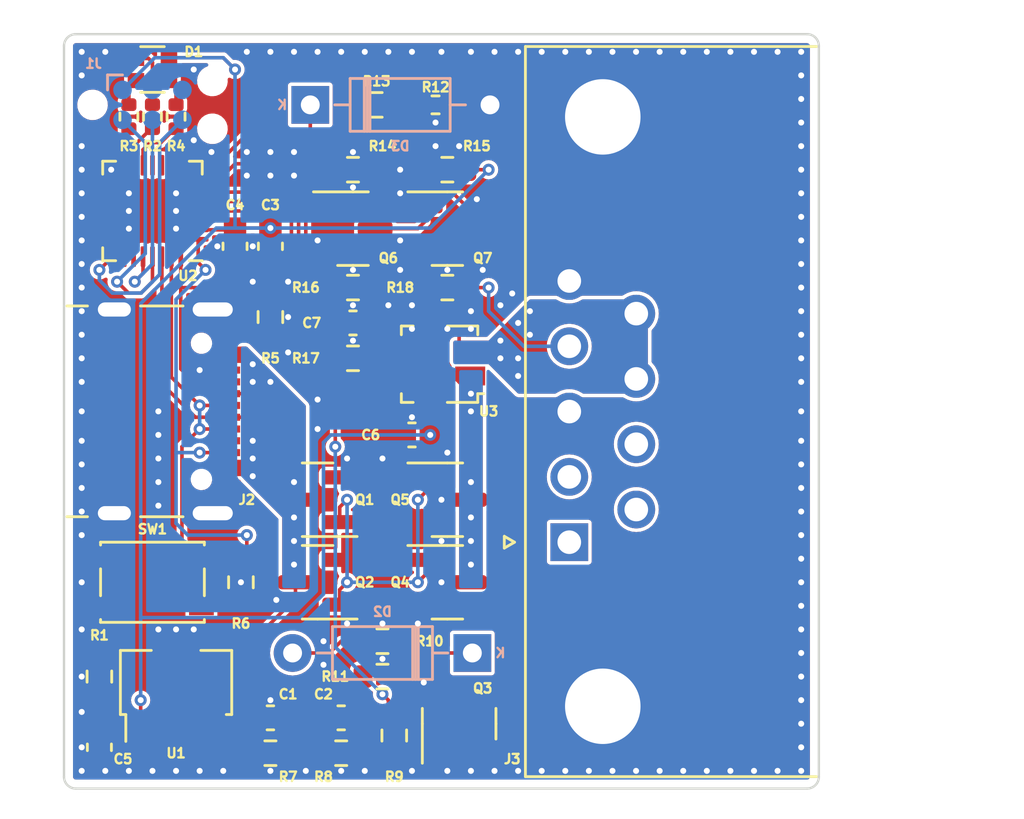
<source format=kicad_pcb>
(kicad_pcb (version 20221018) (generator pcbnew)
  (layers (0 "F.Cu" signal) (31 "B.Cu" signal) (34 "B.Paste" user) (35 "F.Paste" user) (36 "B.SilkS" user "B.Silkscreen") (37 "F.SilkS" user "F.Silkscreen") (38 "B.Mask" user) (39 "F.Mask" user) (44 "Edge.Cuts" user))
  (net 0 "")
  (net 1 "VBUS")
  (net 2 "Net-(C1-Pad2)")
  (net 3 "GND")
  (net 4 "+3V3")
  (net 5 "/vbus_mon")
  (net 6 "Net-(D1-RK)")
  (net 7 "Net-(D1-BK)")
  (net 8 "Net-(D1-GK)")
  (net 9 "Net-(D2-K)")
  (net 10 "Net-(D2-A)")
  (net 11 "/lin_rx")
  (net 12 "/swdio")
  (net 13 "/swclk")
  (net 14 "/tx")
  (net 15 "/usb_cc1")
  (net 16 "/usb_d+")
  (net 17 "/usb_d-")
  (net 19 "/usb_cc2")
  (net 23 "/lin_bus")
  (net 26 "+VSW")
  (net 27 "Net-(Q3-B)")
  (net 28 "Net-(Q3-C)")
  (net 29 "Net-(Q4-D)")
  (net 30 "Net-(Q6-B)")
  (net 31 "Net-(Q6-C)")
  (net 32 "Net-(SW1-A)")
  (net 33 "/led_b")
  (net 34 "/led_g")
  (net 35 "/led_r")
  (net 36 "/vbus_en")
  (net 37 "/lin_tx")
  (net 39 "/ibus_mon")
  (footprint "Resistor_SMD:R_0603_1608Metric" (layer "F.Cu") (at 150 114.5)
    (fp_text reference "R7")
    (fp_text value "1M")
  )
  (footprint "Resistor_SMD:R_0603_1608Metric" (layer "F.Cu") (at 154.75 109.75 180)
    (fp_text reference "R10")
    (fp_text value "100k")
  )
  (footprint "Capacitor_SMD:C_0603_1608Metric" (layer "F.Cu") (at 150 113)
    (fp_text reference "C1")
    (fp_text value "2u2")
  )
  (footprint "Resistor_SMD:R_0603_1608Metric" (layer "F.Cu") (at 157.5 89.75)
    (fp_text reference "R15")
    (fp_text value "2k2")
  )
  (footprint "Resistor_SMD:R_0603_1608Metric" (layer "F.Cu") (at 155.25 113.75 -90)
    (fp_text reference "R9")
    (fp_text value "2k2")
  )
  (footprint "Resistor_SMD:R_0603_1608Metric" (layer "F.Cu") (at 150 96 -90)
    (fp_text reference "R5")
    (fp_text value "5k1")
  )
  (footprint "Button_Switch_SMD:SW_SPST_PTS810" (layer "F.Cu") (at 145 107.25 180)
    (fp_text reference "SW1")
    (fp_text value "boot")
  )
  (footprint "Package_DFN_QFN:QFN-28-1EP_4x4mm_P0.4mm_EP2.6x2.6mm" (layer "F.Cu") (at 145 91.5 180)
    (fp_text reference "U2")
    (fp_text value "CH32X035GxUx")
  )
  (footprint "Resistor_SMD:R_0603_1608Metric" (layer "F.Cu") (at 153.5 97.75)
    (fp_text reference "R17")
    (fp_text value "10k")
  )
  (footprint "Resistor_SMD:R_0603_1608Metric" (layer "F.Cu") (at 142.75 111.25 90)
    (fp_text reference "R1")
    (fp_text value "4k7")
  )
  (footprint "Resistor_SMD:R_0402_1005Metric" (layer "F.Cu") (at 145 87.5 90)
    (fp_text reference "R2")
    (fp_text value "220")
  )
  (footprint "Capacitor_SMD:C_0603_1608Metric" (layer "F.Cu") (at 156 101 180)
    (fp_text reference "C6")
    (fp_text value "100n")
  )
  (footprint "Resistor_SMD:R_Array_Convex_2x0606" (layer "F.Cu") (at 145 85.5 180)
    (fp_text reference "D1")
    (fp_text value "LED_RABG")
  )
  (footprint "Resistor_SMD:R_0603_1608Metric" (layer "F.Cu") (at 153.5 94.75 180)
    (fp_text reference "R16")
    (fp_text value "100k")
  )
  (footprint "Resistor_SMD:R_0402_1005Metric" (layer "F.Cu") (at 157 87 180)
    (fp_text reference "R12")
    (fp_text value "150k")
  )
  (footprint "Capacitor_SMD:C_0603_1608Metric" (layer "F.Cu") (at 153.5 96.25)
    (fp_text reference "C7")
    (fp_text value "1n")
  )
  (footprint "Capacitor_SMD:C_0603_1608Metric" (layer "F.Cu") (at 153 113)
    (fp_text reference "C2")
    (fp_text value "2u2")
  )
  (footprint "Resistor_SMD:R_0603_1608Metric" (layer "F.Cu") (at 154.75 111.25)
    (fp_text reference "R11")
    (fp_text value "10k")
  )
  (footprint "Connector_Dsub:DSUB-9_Male_Horizontal_P2.77x2.84mm_EdgePinOffset7.70mm_Housed_MountingHolesOffset9.12mm" (layer "F.Cu") (at 162.669669 105.55 90)
    (fp_text reference "J3")
    (fp_text value "LIN")
  )
  (footprint "Package_TO_SOT_SMD:SOT-23" (layer "F.Cu") (at 158 113.25 90)
    (fp_text reference "Q3")
    (fp_text value "MMBT2222")
  )
  (footprint "Package_TO_SOT_SMD:SOT-89-3" (layer "F.Cu") (at 146 111.5 90)
    (fp_text reference "U1")
    (fp_text value "AP7381-33Y")
  )
  (footprint "Package_TO_SOT_SMD:SOT-23" (layer "F.Cu") (at 152 107.25 180)
    (fp_text reference "Q2")
    (fp_text value "DMP3099L")
  )
  (footprint "Capacitor_SMD:C_0603_1608Metric" (layer "F.Cu") (at 150 93 -90)
    (fp_text reference "C3")
    (fp_text value "1u")
  )
  (footprint "Package_TO_SOT_SMD:SOT-23" (layer "F.Cu") (at 157.5 107.25)
    (fp_text reference "Q4")
    (fp_text value "DMP3099L")
  )
  (footprint "Resistor_SMD:R_0603_1608Metric" (layer "F.Cu") (at 157.5 94.75 180)
    (fp_text reference "R18")
    (fp_text value "1k")
  )
  (footprint "Capacitor_SMD:C_0603_1608Metric" (layer "F.Cu") (at 148.5 93 -90)
    (fp_text reference "C4")
    (fp_text value "100n")
  )
  (footprint "Package_TO_SOT_SMD:SOT-23" (layer "F.Cu") (at 152 103.75 180)
    (fp_text reference "Q1")
    (fp_text value "DMP3099L")
  )
  (footprint "Resistor_SMD:R_0603_1608Metric" (layer "F.Cu") (at 153.5 89.75)
    (fp_text reference "R14")
    (fp_text value "2k2")
  )
  (footprint "Package_TO_SOT_SMD:SOT-23" (layer "F.Cu") (at 157.5 103.75)
    (fp_text reference "Q5")
    (fp_text value "DMP3099L")
  )
  (footprint "Resistor_SMD:R_0402_1005Metric" (layer "F.Cu") (at 144 87.5 90)
    (fp_text reference "R3")
    (fp_text value "220")
  )
  (footprint "Resistor_SMD:R_0603_1608Metric" (layer "F.Cu") (at 154.5 87 180)
    (fp_text reference "R13")
    (fp_text value "100k")
  )
  (footprint "Resistor_SMD:R_0402_1005Metric" (layer "F.Cu") (at 146 87.5 90)
    (fp_text reference "R4")
    (fp_text value "220")
  )
  (footprint "Resistor_SMD:R_0603_1608Metric" (layer "F.Cu") (at 153 114.5)
    (fp_text reference "R8")
    (fp_text value "1M")
  )
  (footprint "Sensor_Current:Allegro_QFN-12-10-1EP_3x3mm_P0.5mm" (layer "F.Cu") (at 157.25 98 180)
    (fp_text reference "U3")
    (fp_text value "ACS70331")
  )
  (footprint "Connector_USB:USB_C_Receptacle_Palconn_UTC16-G" (layer "F.Cu") (at 145.625 100 -90)
    (fp_text reference "J2")
    (fp_text value "USB_C_Receptacle_USB2.0")
  )
  (footprint "Package_TO_SOT_SMD:SOT-23" (layer "F.Cu") (at 153.5 92.25)
    (fp_text reference "Q6")
    (fp_text value "MMBT2222")
  )
  (footprint "Capacitor_SMD:C_0603_1608Metric" (layer "F.Cu") (at 142.75 114.25 -90)
    (fp_text reference "C5")
    (fp_text value "2u2")
  )
  (footprint "Resistor_SMD:R_0603_1608Metric" (layer "F.Cu") (at 148.75 107.25 -90)
    (fp_text reference "R6")
    (fp_text value "5k1")
  )
  (footprint "Package_TO_SOT_SMD:SOT-23" (layer "F.Cu") (at 157.5 92.25)
    (fp_text reference "Q7")
    (fp_text value "MMBT2222")
  )
  (footprint "Connector:Tag-Connect_TC2030-IDC-NL_2x03_P1.27mm_Vertical" (layer "B.Cu") (at 145 87)
    (fp_text reference "J1")
    (fp_text value "SWD/UART")
  )
  (footprint "Diode_THT:D_DO-35_SOD27_P7.62mm_Horizontal" (layer "B.Cu") (at 158.56 110.25 180)
    (fp_text reference "D2")
    (fp_text value "18V")
  )
  (footprint "Diode_THT:D_DO-35_SOD27_P7.62mm_Horizontal" (layer "B.Cu") (at 151.69 87)
    (fp_text reference "D3")
    (fp_text value "3.3V")
  )
  (gr_arc (start 172.75 84) (mid 173.103553 84.146447) (end 173.25 84.5) (stroke (width 0.1)) (layer "Edge.Cuts"))
  (gr_arc (start 141.75 116) (mid 141.396447 115.853553) (end 141.25 115.5) (stroke (width 0.1)) (layer "Edge.Cuts"))
  (gr_line (start 172.75 116) (end 141.75 116) (stroke (width 0.1)) (layer "Edge.Cuts"))
  (gr_line (start 141.25 115.5) (end 141.25 84.5) (stroke (width 0.1)) (layer "Edge.Cuts"))
  (gr_arc (start 141.25 84.5) (mid 141.396447 84.146447) (end 141.75 84) (stroke (width 0.1)) (layer "Edge.Cuts"))
  (gr_line (start 173.25 84.5) (end 173.25 115.5) (stroke (width 0.1)) (layer "Edge.Cuts"))
  (gr_line (start 141.75 84) (end 172.75 84) (stroke (width 0.1)) (layer "Edge.Cuts"))
  (gr_arc (start 173.25 115.5) (mid 173.103553 115.853553) (end 172.75 116) (stroke (width 0.1)) (layer "Edge.Cuts"))
  (segment (start 149.175 114.5) (end 149.175 113.05) (width 0.3048) (layer "F.Cu") (net 1))
  (segment (start 149.175 113.05) (end 149.225 113) (width 0.3048) (layer "F.Cu") (net 1))
  (segment (start 149.225 113) (end 149.225 109.775) (width 0.1524) (layer "F.Cu") (net 1))
  (segment (start 151.0625 107.9375) (end 151.0625 107.25) (width 0.1524) (layer "F.Cu") (net 1))
  (segment (start 147.7 113) (end 147.5 113.2) (width 0.3048) (layer "F.Cu") (net 1))
  (segment (start 149.225 109.775) (end 151.0625 107.9375) (width 0.1524) (layer "F.Cu") (net 1))
  (segment (start 147.5 113.2) (end 147.5 113.45) (width 0.3048) (layer "F.Cu") (net 1))
  (segment (start 149.225 113) (end 147.7 113) (width 0.3048) (layer "F.Cu") (net 1))
  (via (at 149.25 98.75) (size 0.508) (drill 0.254) (layers "F.Cu" "B.Cu") (net 1))
  (via (at 151 105.5) (size 0.508) (drill 0.254) (layers "F.Cu" "B.Cu") (net 1))
  (via (at 151 104.5) (size 0.508) (drill 0.254) (layers "F.Cu" "B.Cu") (net 1))
  (via (at 151 103) (size 0.508) (drill 0.254) (layers "F.Cu" "B.Cu") (net 1))
  (via (at 149.25 102.75) (size 0.508) (drill 0.254) (layers "F.Cu" "B.Cu") (net 1))
  (via (at 149.25 101.25) (size 0.508) (drill 0.254) (layers "F.Cu" "B.Cu") (net 1))
  (via (at 149.25 98) (size 0.508) (drill 0.254) (layers "F.Cu" "B.Cu") (net 1))
  (via (at 151 106.5) (size 0.508) (drill 0.254) (layers "F.Cu" "B.Cu") (net 1))
  (via (at 150 98.75) (size 0.508) (drill 0.254) (layers "F.Cu" "B.Cu") (net 1))
  (via (at 149.25 102) (size 0.508) (drill 0.254) (layers "F.Cu" "B.Cu") (net 1))
  (segment (start 150.775 113) (end 151.5 113) (width 0.3048) (layer "F.Cu") (net 2))
  (segment (start 151.5 113) (end 152.225 113) (width 0.3048) (layer "F.Cu") (net 2))
  (segment (start 150.825 114.5) (end 151.5 114.5) (width 0.3048) (layer "F.Cu") (net 2))
  (segment (start 151.5 113) (end 151.5 114.5) (width 0.3048) (layer "F.Cu") (net 2))
  (segment (start 151.5 114.5) (end 152.175 114.5) (width 0.3048) (layer "F.Cu") (net 2))
  (via (at 149 90) (size 0.508) (drill 0.254) (layers "F.Cu" "B.Cu") (net 3))
  (via (at 150 115.25) (size 0.508) (drill 0.254) (layers "F.Cu" "B.Cu") (net 3))
  (via (at 172.5 95.75) (size 0.508) (drill 0.254) (layers "F.Cu" "B.Cu") (net 3))
  (via (at 150.75 97.5) (size 0.508) (drill 0.254) (layers "F.Cu" "B.Cu") (net 3))
  (via (at 153.5 95.5) (size 0.508) (drill 0.254) (layers "F.Cu" "B.Cu") (net 3))
  (via (at 172.5 101.25) (size 0.508) (drill 0.254) (layers "F.Cu" "B.Cu") (net 3))
  (via (at 142 109.25) (size 0.508) (drill 0.254) (layers "F.Cu" "B.Cu") (net 3))
  (via (at 158.5 84.75) (size 0.508) (drill 0.254) (layers "F.Cu" "B.Cu") (net 3))
  (via (at 163.5 84.75) (size 0.508) (drill 0.254) (layers "F.Cu" "B.Cu") (net 3))
  (via (at 172.5 91.75) (size 0.508) (drill 0.254) (layers "F.Cu" "B.Cu") (net 3))
  (via (at 142 90.75) (size 0.508) (drill 0.254) (layers "F.Cu" "B.Cu") (net 3))
  (via (at 156 100.25) (size 0.508) (drill 0.254) (layers "F.Cu" "B.Cu") (net 3))
  (via (at 172.5 86.75) (size 0.508) (drill 0.254) (layers "F.Cu" "B.Cu") (net 3))
  (via (at 163.5 115.25) (size 0.508) (drill 0.254) (layers "F.Cu" "B.Cu") (net 3))
  (via (at 172.5 93.75) (size 0.508) (drill 0.254) (layers "F.Cu" "B.Cu") (net 3))
  (via (at 145.25 104) (size 0.508) (drill 0.254) (layers "F.Cu" "B.Cu") (net 3))
  (via (at 168.5 115.25) (size 0.508) (drill 0.254) (layers "F.Cu" "B.Cu") (net 3))
  (via (at 157.5 96.5) (size 0.508) (drill 0.254) (layers "F.Cu" "B.Cu") (net 3))
  (via (at 164.5 115.25) (size 0.508) (drill 0.254) (layers "F.Cu" "B.Cu") (net 3))
  (via (at 172.5 111.25) (size 0.508) (drill 0.254) (layers "F.Cu" "B.Cu") (net 3))
  (via (at 172.5 108.25) (size 0.508) (drill 0.254) (layers "F.Cu" "B.Cu") (net 3))
  (via (at 142 97.75) (size 0.508) (drill 0.254) (layers "F.Cu" "B.Cu") (net 3))
  (via (at 166.5 115.25) (size 0.508) (drill 0.254) (layers "F.Cu" "B.Cu") (net 3))
  (via (at 153.5 94) (size 0.508) (drill 0.254) (layers "F.Cu" "B.Cu") (net 3))
  (via (at 167.5 115.25) (size 0.508) (drill 0.254) (layers "F.Cu" "B.Cu") (net 3))
  (via (at 149 84.75) (size 0.508) (drill 0.254) (layers "F.Cu" "B.Cu") (net 3))
  (via (at 172.5 103.25) (size 0.508) (drill 0.254) (layers "F.Cu" "B.Cu") (net 3))
  (via (at 142 100) (size 0.508) (drill 0.254) (layers "F.Cu" "B.Cu") (net 3))
  (via (at 154 84.75) (size 0.508) (drill 0.254) (layers "F.Cu" "B.Cu") (net 3))
  (via (at 160.25 95) (size 0.508) (drill 0.254) (layers "F.Cu" "B.Cu") (net 3))
  (via (at 172.5 90.75) (size 0.508) (drill 0.254) (layers "F.Cu" "B.Cu") (net 3))
  (via (at 146 115.25) (size 0.508) (drill 0.254) (layers "F.Cu" "B.Cu") (net 3))
  (via (at 142 107.25) (size 0.508) (drill 0.254) (layers "F.Cu" "B.Cu") (net 3))
  (via (at 158.75 91) (size 0.508) (drill 0.254) (layers "F.Cu" "B.Cu") (net 3))
  (via (at 149.25 93) (size 0.508) (drill 0.254) (layers "F.Cu" "B.Cu") (net 3))
  (via (at 172.5 115.25) (size 0.508) (drill 0.254) (layers "F.Cu" "B.Cu") (net 3))
  (via (at 154 115.25) (size 0.508) (drill 0.254) (layers "F.Cu" "B.Cu") (net 3))
  (via (at 166.5 84.75) (size 0.508) (drill 0.254) (layers "F.Cu" "B.Cu") (net 3))
  (via (at 158.5 95.75) (size 0.508) (drill 0.254) (layers "F.Cu" "B.Cu") (net 3))
  (via (at 155 95.5) (size 0.508) (drill 0.254) (layers "F.Cu" "B.Cu") (net 3))
  (via (at 144 115.25) (size 0.508) (drill 0.254) (layers "F.Cu" "B.Cu") (net 3))
  (via (at 142 112.75) (size 0.508) (drill 0.254) (layers "F.Cu" "B.Cu") (net 3))
  (via (at 153 115.25) (size 0.508) (drill 0.254) (layers "F.Cu" "B.Cu") (net 3))
  (via (at 143.25 89.75) (size 0.508) (drill 0.254) (layers "F.Cu" "B.Cu") (net 3))
  (via (at 162.5 84.75) (size 0.508) (drill 0.254) (layers "F.Cu" "B.Cu") (net 3))
  (via (at 165.5 115.25) (size 0.508) (drill 0.254) (layers "F.Cu" "B.Cu") (net 3))
  (via (at 172.5 85.75) (size 0.508) (drill 0.254) (layers "F.Cu" "B.Cu") (net 3))
  (via (at 157.5 115.25) (size 0.508) (drill 0.254) (layers "F.Cu" "B.Cu") (net 3))
  (via (at 153.5 90.5) (size 0.508) (drill 0.254) (layers "F.Cu" "B.Cu") (net 3))
  (via (at 146 109.25) (size 0.508) (drill 0.254) (layers "F.Cu" "B.Cu") (net 3))
  (via (at 172.5 87.75) (size 0.508) (drill 0.254) (layers "F.Cu" "B.Cu") (net 3))
  (via (at 147 115.25) (size 0.508) (drill 0.254) (layers "F.Cu" "B.Cu") (net 3))
  (via (at 147 98.25) (size 0.508) (drill 0.254) (layers "F.Cu" "B.Cu") (net 3))
  (via (at 162.5 115.25) (size 0.508) (drill 0.254) (layers "F.Cu" "B.Cu") (net 3))
  (via (at 172.5 114.25) (size 0.508) (drill 0.254) (layers "F.Cu" "B.Cu") (net 3))
  (via (at 172.5 113.25) (size 0.508) (drill 0.254) (layers "F.Cu" "B.Cu") (net 3))
  (via (at 171.5 84.75) (size 0.508) (drill 0.254) (layers "F.Cu" "B.Cu") (net 3))
  (via (at 159 94) (size 0.508) (drill 0.254) (layers "F.Cu" "B.Cu") (net 3))
  (via (at 150 84.75) (size 0.508) (drill 0.254) (layers "F.Cu" "B.Cu") (net 3))
  (via (at 142 101.25) (size 0.508) (drill 0.254) (layers "F.Cu" "B.Cu") (net 3))
  (via (at 159.5 115.25) (size 0.508) (drill 0.254) (layers "F.Cu" "B.Cu") (net 3))
  (via (at 152.25 109.75) (size 0.508) (drill 0.254) (layers "F.Cu" "B.Cu") (net 3))
  (via (at 150 89) (size 0.508) (drill 0.254) (layers "F.Cu" "B.Cu") (net 3))
  (via (at 145.25 101) (size 0.508) (drill 0.254) (layers "F.Cu" "B.Cu") (net 3))
  (via (at 152.25 110.75) (size 0.508) (drill 0.254) (layers "F.Cu" "B.Cu") (net 3))
  (via (at 155.5 90.75) (size 0.508) (drill 0.254) (layers "F.Cu" "B.Cu") (net 3))
  (via (at 152 100.75) (size 0.508) (drill 0.254) (layers "F.Cu" "B.Cu") (net 3))
  (via (at 145 115.25) (size 0.508) (drill 0.254) (layers "F.Cu" "B.Cu") (net 3))
  (via (at 142 102.25) (size 0.508) (drill 0.254) (layers "F.Cu" "B.Cu") (net 3))
  (via (at 156 95.5) (size 0.508) (drill 0.254) (layers "F.Cu" "B.Cu") (net 3))
  (via (at 152 92.75) (size 0.508) (drill 0.254) (layers "F.Cu" "B.Cu") (net 3))
  (via (at 157.25 84.75) (size 0.508) (drill 0.254) (layers "F.Cu" "B.Cu") (net 3))
  (via (at 170.5 84.75) (size 0.508) (drill 0.254) (layers "F.Cu" "B.Cu") (net 3))
  (via (at 142 111.25) (size 0.508) (drill 0.254) (layers "F.Cu" "B.Cu") (net 3))
  (via (at 155 84.75) (size 0.508) (drill 0.254) (layers "F.Cu" "B.Cu") (net 3))
  (via (at 157.25 103.75) (size 0.508) (drill 0.254) (layers "F.Cu" "B.Cu") (net 3))
  (via (at 142 114.25) (size 0.508) (drill 0.254) (layers "F.Cu" "B.Cu") (net 3))
  (via (at 150.75 96) (size 0.508) (drill 0.254) (layers "F.Cu" "B.Cu") (net 3))
  (via (at 160.5 115.25) (size 0.508) (drill 0.254) (layers "F.Cu" "B.Cu") (net 3))
  (via (at 152 84.75) (size 0.508) (drill 0.254) (layers "F.Cu" "B.Cu") (net 3))
  (via (at 156.25 109) (size 0.508) (drill 0.254) (layers "F.Cu" "B.Cu") (net 3))
  (via (at 172.5 105.25) (size 0.508) (drill 0.254) (layers "F.Cu" "B.Cu") (net 3))
  (via (at 171.5 115.25) (size 0.508) (drill 0.254) (layers "F.Cu" "B.Cu") (net 3))
  (via (at 149 89) (size 0.508) (drill 0.254) (layers "F.Cu" "B.Cu") (net 3))
  (via (at 145.25 102) (size 0.508) (drill 0.254) (layers "F.Cu" "B.Cu") (net 3))
  (via (at 156 115.25) (size 0.508) (drill 0.254) (layers "F.Cu" "B.Cu") (net 3))
  (via (at 151 90) (size 0.508) (drill 0.254) (layers "F.Cu" "B.Cu") (net 3))
  (via (at 151 89) (size 0.508) (drill 0.254) (layers "F.Cu" "B.Cu") (net 3))
  (via (at 147.75 93) (size 0.508) (drill 0.254) (layers "F.Cu" "B.Cu") (net 3))
  (via (at 172.5 110.25) (size 0.508) (drill 0.254) (layers "F.Cu" "B.Cu") (net 3))
  (via (at 153.25 109) (size 0.508) (drill 0.254) (layers "F.Cu" "B.Cu") (net 3))
  (via (at 151 84.75) (size 0.508) (drill 0.254) (layers "F.Cu" "B.Cu") (net 3))
  (via (at 169.5 115.25) (size 0.508) (drill 0.254) (layers "F.Cu" "B.Cu") (net 3))
  (via (at 157.5 101.75) (size 0.508) (drill 0.254) (layers "F.Cu" "B.Cu") (net 3))
  (via (at 142 91.75) (size 0.508) (drill 0.254) (layers "F.Cu" "B.Cu") (net 3))
  (via (at 150 112.25) (size 0.508) (drill 0.254) (layers "F.Cu" "B.Cu") (net 3))
  (via (at 156 84.75) (size 0.508) (drill 0.254) (layers "F.Cu" "B.Cu") (net 3))
  (via (at 156.5 111.5) (size 0.508) (drill 0.254) (layers "F.Cu" "B.Cu") (net 3))
  (via (at 150.75 94.5) (size 0.508) (drill 0.254) (layers "F.Cu" "B.Cu") (net 3))
  (via (at 146.75 88.5) (size 0.508) (drill 0.254) (layers "F.Cu" "B.Cu") (net 3))
  (via (at 172.5 94.75) (size 0.508) (drill 0.254) (layers "F.Cu" "B.Cu") (net 3))
  (via (at 154.75 110.5) (size 0.508) (drill 0.254) (layers "F.Cu" "B.Cu") (net 3))
  (via (at 172.5 98.75) (size 0.508) (drill 0.254) (layers "F.Cu" "B.Cu") (net 3))
  (via (at 155.5 94) (size 0.508) (drill 0.254) (layers "F.Cu" "B.Cu") (net 3))
  (via (at 142 104.25) (size 0.508) (drill 0.254) (layers "F.Cu" "B.Cu") (net 3))
  (via (at 161.5 115.25) (size 0.508) (drill 0.254) (layers "F.Cu" "B.Cu") (net 3))
  (via (at 172.5 102.25) (size 0.508) (drill 0.254) (layers "F.Cu" "B.Cu") (net 3))
  (via (at 150.25 108) (size 0.508) (drill 0.254) (layers "F.Cu" "B.Cu") (net 3))
  (via (at 142 92.75) (size 0.508) (drill 0.254) (layers "F.Cu" "B.Cu") (net 3))
  (via (at 142 105.25) (size 0.508) (drill 0.254) (layers "F.Cu" "B.Cu") (net 3))
  (via (at 157.5 94) (size 0.508) (drill 0.254) (layers "F.Cu" "B.Cu") (net 3))
  (via (at 159.75 95.5) (size 0.508) (drill 0.254) (layers "F.Cu" "B.Cu") (net 3))
  (via (at 158 88.75) (size 0.508) (drill 0.254) (layers "F.Cu" "B.Cu") (net 3))
  (via (at 158.5 96.5) (size 0.508) (drill 0.254) (layers "F.Cu" "B.Cu") (net 3))
  (via (at 146 91.5) (size 0.508) (drill 0.254) (layers "F.Cu" "B.Cu") (net 3))
  (via (at 172.5 104.25) (size 0.508) (drill 0.254) (layers "F.Cu" "B.Cu") (net 3))
  (via (at 144 92.25) (size 0.508) (drill 0.254) (layers "F.Cu" "B.Cu") (net 3))
  (via (at 142 115.25) (size 0.508) (drill 0.254) (layers "F.Cu" "B.Cu") (net 3))
  (via (at 142 98.75) (size 0.508) (drill 0.254) (layers "F.Cu" "B.Cu") (net 3))
  (via (at 142 96.75) (size 0.508) (drill 0.254) (layers "F.Cu" "B.Cu") (net 3))
  (via (at 167.5 84.75) (size 0.508) (drill 0.254) (layers "F.Cu" "B.Cu") (net 3))
  (via (at 150 90) (size 0.508) (drill 0.254) (layers "F.Cu" "B.Cu") (net 3))
  (via (at 153.25 102) (size 0.508) (drill 0.254) (layers "F.Cu" "B.Cu") (net 3))
  (via (at 153.5 89) (size 0.508) (drill 0.254) (layers "F.Cu" "B.Cu") (net 3))
  (via (at 157.25 107.25) (size 0.508) (drill 0.254) (layers "F.Cu" "B.Cu") (net 3))
  (via (at 157 87.75) (size 0.508) (drill 0.254) (layers "F.Cu" "B.Cu") (net 3))
  (via (at 146.75 85.5) (size 0.508) (drill 0.254) (layers "F.Cu" "B.Cu") (net 3))
  (via (at 145.25 103) (size 0.508) (drill 0.254) (layers "F.Cu" "B.Cu") (net 3))
  (via (at 147.5 89) (size 0.508) (drill 0.254) (layers "F.Cu" "B.Cu") (net 3))
  (via (at 170.5 115.25) (size 0.508) (drill 0.254) (layers "F.Cu" "B.Cu") (net 3))
  (via (at 146 90.75) (size 0.508) (drill 0.254) (layers "F.Cu" "B.Cu") (net 3))
  (via (at 168.5 84.75) (size 0.508) (drill 0.254) (layers "F.Cu" "B.Cu") (net 3))
  (via (at 142 84.75) (size 0.508) (drill 0.254) (layers "F.Cu" "B.Cu") (net 3))
  (via (at 160.5 84.75) (size 0.508) (drill 0.254) (layers "F.Cu" "B.Cu") (net 3))
  (via (at 172.5 92.75) (size 0.508) (drill 0.254) (layers "F.Cu" "B.Cu") (net 3))
  (via (at 172.5 106.25) (size 0.508) (drill 0.254) (layers "F.Cu" "B.Cu") (net 3))
  (via (at 149.25 94.5) (size 0.508) (drill 0.254) (layers "F.Cu" "B.Cu") (net 3))
  (via (at 172.5 96.75) (size 0.508) (drill 0.254) (layers "F.Cu" "B.Cu") (net 3))
  (via (at 142 94.75) (size 0.508) (drill 0.254) (layers "F.Cu" "B.Cu") (net 3))
  (via (at 146.75 109.25) (size 0.508) (drill 0.254) (layers "F.Cu" "B.Cu") (net 3))
  (via (at 172.5 100) (size 0.508) (drill 0.254) (layers "F.Cu" "B.Cu") (net 3))
  (via (at 172.5 107.25) (size 0.508) (drill 0.254) (layers "F.Cu" "B.Cu") (net 3))
  (via (at 153.5 97) (size 0.508) (drill 0.254) (layers "F.Cu" "B.Cu") (net 3))
  (via (at 142 103.25) (size 0.508) (drill 0.254) (layers "F.Cu" "B.Cu") (net 3))
  (via (at 169.5 84.75) (size 0.508) (drill 0.254) (layers "F.Cu" "B.Cu") (net 3))
  (via (at 172.5 88.75) (size 0.508) (drill 0.254) (layers "F.Cu" "B.Cu") (net 3))
  (via (at 164.5 84.75) (size 0.508) (drill 0.254) (layers "F.Cu" "B.Cu") (net 3))
  (via (at 156 96.5) (size 0.508) (drill 0.254) (layers "F.Cu" "B.Cu") (net 3))
  (via (at 144 90.75) (size 0.508) (drill 0.254) (layers "F.Cu" "B.Cu") (net 3))
  (via (at 165.5 84.75) (size 0.508) (drill 0.254) (layers "F.Cu" "B.Cu") (net 3))
  (via (at 143 84.75) (size 0.508) (drill 0.254) (layers "F.Cu" "B.Cu") (net 3))
  (via (at 161.5 84.75) (size 0.508) (drill 0.254) (layers "F.Cu" "B.Cu") (net 3))
  (via (at 142 95.75) (size 0.508) (drill 0.254) (layers "F.Cu" "B.Cu") (net 3))
  (via (at 154.75 109) (size 0.508) (drill 0.254) (layers "F.Cu" "B.Cu") (net 3))
  (via (at 152 99.5) (size 0.508) (drill 0.254) (layers "F.Cu" "B.Cu") (net 3))
  (via (at 142 85.75) (size 0.508) (drill 0.254) (layers "F.Cu" "B.Cu") (net 3))
  (via (at 146 92.25) (size 0.508) (drill 0.254) (layers "F.Cu" "B.Cu") (net 3))
  (via (at 142 93.75) (size 0.508) (drill 0.254) (layers "F.Cu" "B.Cu") (net 3))
  (via (at 172.5 109.25) (size 0.508) (drill 0.254) (layers "F.Cu" "B.Cu") (net 3))
  (via (at 142 88.75) (size 0.508) (drill 0.254) (layers "F.Cu" "B.Cu") (net 3))
  (via (at 145.25 109.25) (size 0.508) (drill 0.254) (layers "F.Cu" "B.Cu") (net 3))
  (via (at 145.25 100) (size 0.508) (drill 0.254) (layers "F.Cu" "B.Cu") (net 3))
  (via (at 172.5 112.25) (size 0.508) (drill 0.254) (layers "F.Cu" "B.Cu") (net 3))
  (via (at 148.75 107.25) (size 0.508) (drill 0.254) (layers "F.Cu" "B.Cu") (net 3))
  (via (at 143 115.25) (size 0.508) (drill 0.254) (layers "F.Cu" "B.Cu") (net 3))
  (via (at 172.5 97.75) (size 0.508) (drill 0.254) (layers "F.Cu" "B.Cu") (net 3))
  (via (at 151.5 115.25) (size 0.508) (drill 0.254) (layers "F.Cu" "B.Cu") (net 3))
  (via (at 144 91.5) (size 0.508) (drill 0.254) (layers "F.Cu" "B.Cu") (net 3))
  (via (at 154.75 102) (size 0.508) (drill 0.254) (layers "F.Cu" "B.Cu") (net 3))
  (via (at 155.5 89.75) (size 0.508) (drill 0.254) (layers "F.Cu" "B.Cu") (net 3))
  (via (at 172.5 89.75) (size 0.508) (drill 0.254) (layers "F.Cu" "B.Cu") (net 3))
  (via (at 159.5 84.75) (size 0.508) (drill 0.254) (layers "F.Cu" "B.Cu") (net 3))
  (via (at 148 115.25) (size 0.508) (drill 0.254) (layers "F.Cu" "B.Cu") (net 3))
  (via (at 157 88.75) (size 0.508) (drill 0.254) (layers "F.Cu" "B.Cu") (net 3))
  (via (at 157.25 105.5) (size 0.508) (drill 0.254) (layers "F.Cu" "B.Cu") (net 3))
  (via (at 158.5 115.25) (size 0.508) (drill 0.254) (layers "F.Cu" "B.Cu") (net 3))
  (via (at 155.5 92.75) (size 0.508) (drill 0.254) (layers "F.Cu" "B.Cu") (net 3))
  (via (at 142 89.75) (size 0.508) (drill 0.254) (layers "F.Cu" "B.Cu") (net 3))
  (via (at 172.5 84.75) (size 0.508) (drill 0.254) (layers "F.Cu" "B.Cu") (net 3))
  (via (at 153 84.75) (size 0.508) (drill 0.254) (layers "F.Cu" "B.Cu") (net 3))
  (segment (start 157.02 100.755) (end 156.775 101) (width 0.1524) (layer "F.Cu") (net 4))
  (segment (start 148.425 92.3) (end 148.5 92.225) (width 0.1524) (layer "F.Cu") (net 4))
  (segment (start 142.75 113.475) (end 142.75 112.075) (width 0.1524) (layer "F.Cu") (net 4))
  (segment (start 158.325 89.75) (end 159.25 89.75) (width 0.1524) (layer "F.Cu") (net 4))
  (segment (start 146.9375 92.3) (end 148.425 92.3) (width 0.1524) (layer "F.Cu") (net 4))
  (segment (start 145.73 85) (end 145.7 85.03) (width 0.1524) (layer "F.Cu") (net 4))
  (segment (start 144.5 112.25) (end 144.5 113.45) (width 0.1524) (layer "F.Cu") (net 4))
  (segment (start 148.5 92.225) (end 150 92.225) (width 0.1524) (layer "F.Cu") (net 4))
  (segment (start 144.5 113.45) (end 142.775 113.45) (width 0.3048) (layer "F.Cu") (net 4))
  (segment (start 157.02 99.45) (end 157.02 100.755) (width 0.1524) (layer "F.Cu") (net 4))
  (segment (start 144.475 113.475) (end 144.5 113.45) (width 0.1524) (layer "F.Cu") (net 4))
  (segment (start 148.5 85.5) (end 148 85) (width 0.1524) (layer "F.Cu") (net 4))
  (segment (start 148 85) (end 145.73 85) (width 0.1524) (layer "F.Cu") (net 4))
  (segment (start 142.775 113.45) (end 142.75 113.475) (width 0.3048) (layer "F.Cu") (net 4))
  (via (at 148.5 85.5) (size 0.508) (drill 0.254) (layers "F.Cu" "B.Cu") (net 4))
  (via (at 159.25 89.75) (size 0.508) (drill 0.254) (layers "F.Cu" "B.Cu") (net 4))
  (via (at 144.5 112.25) (size 0.508) (drill 0.254) (layers "F.Cu" "B.Cu") (net 4))
  (via (at 156.775 101) (size 0.508) (drill 0.254) (layers "F.Cu" "B.Cu") (net 4))
  (via (at 150 92.225) (size 0.508) (drill 0.254) (layers "F.Cu" "B.Cu") (net 4))
  (segment (start 148.5 85.5) (end 148.5 92.225) (width 0.1524) (layer "B.Cu") (net 4))
  (segment (start 156.775 92.225) (end 159.25 89.75) (width 0.1524) (layer "B.Cu") (net 4))
  (segment (start 145.095 85) (end 143.73 86.365) (width 0.1524) (layer "B.Cu") (net 4))
  (segment (start 144.5 95.431052) (end 147.706052 92.225) (width 0.1524) (layer "B.Cu") (net 4))
  (segment (start 156.775 101) (end 152.5675 101) (width 0.1524) (layer "B.Cu") (net 4))
  (segment (start 148 85) (end 145.095 85) (width 0.1524) (layer "B.Cu") (net 4))
  (segment (start 148.5 85.5) (end 148 85) (width 0.1524) (layer "B.Cu") (net 4))
  (segment (start 147.706052 92.225) (end 150 92.225) (width 0.1524) (layer "B.Cu") (net 4))
  (segment (start 152.25 107.75) (end 151.25 108.75) (width 0.1524) (layer "B.Cu") (net 4))
  (segment (start 152.25 101.3175) (end 152.25 107.75) (width 0.1524) (layer "B.Cu") (net 4))
  (segment (start 144.5 112.25) (end 144.5 108.5) (width 0.1524) (layer "B.Cu") (net 4))
  (segment (start 151.25 108.75) (end 144.5 108.75) (width 0.1524) (layer "B.Cu") (net 4))
  (segment (start 144.5 108.5) (end 144.5 95.431052) (width 0.1524) (layer "B.Cu") (net 4))
  (segment (start 152.5675 101) (end 152.25 101.3175) (width 0.1524) (layer "B.Cu") (net 4))
  (segment (start 156.775 92.225) (end 150 92.225) (width 0.1524) (layer "B.Cu") (net 4))
  (segment (start 146.9375 90.7) (end 150.632848 90.7) (width 0.1524) (layer "F.Cu") (net 5))
  (segment (start 151.5 91.567152) (end 151.5 93.5) (width 0.1524) (layer "F.Cu") (net 5))
  (segment (start 151.5 93.5) (end 152.675 94.675) (width 0.1524) (layer "F.Cu") (net 5))
  (segment (start 150.632848 90.7) (end 151.5 91.567152) (width 0.1524) (layer "F.Cu") (net 5))
  (segment (start 152.675 97.75) (end 152.675 94.75) (width 0.1524) (layer "F.Cu") (net 5))
  (segment (start 152.675 94.675) (end 152.675 94.75) (width 0.1524) (layer "F.Cu") (net 5))
  (segment (start 146 86.27) (end 145.7 85.97) (width 0.1524) (layer "F.Cu") (net 6))
  (segment (start 146 86.99) (end 146 86.27) (width 0.1524) (layer "F.Cu") (net 6))
  (segment (start 144.83 85.03) (end 144.3 85.03) (width 0.1524) (layer "F.Cu") (net 7))
  (segment (start 145 85.2) (end 144.83 85.03) (width 0.1524) (layer "F.Cu") (net 7))
  (segment (start 145 86.99) (end 145 85.2) (width 0.1524) (layer "F.Cu") (net 7))
  (segment (start 144 86.27) (end 144.3 85.97) (width 0.1524) (layer "F.Cu") (net 8))
  (segment (start 144 86.99) (end 144 86.27) (width 0.1524) (layer "F.Cu") (net 8))
  (segment (start 155.575 109.75) (end 156.55 109.75) (width 0.1524) (layer "F.Cu") (net 9))
  (segment (start 156.55 109.75) (end 157.05 110.25) (width 0.1524) (layer "F.Cu") (net 9))
  (segment (start 155.575 109.75) (end 155.575 108.2) (width 0.1524) (layer "F.Cu") (net 9))
  (segment (start 157.05 110.25) (end 158.56 110.25) (width 0.1524) (layer "F.Cu") (net 9))
  (segment (start 155.575 108.2) (end 156.5625 108.2) (width 0.1524) (layer "F.Cu") (net 9))
  (segment (start 156.5625 106.3) (end 156.5625 106.9375) (width 0.1524) (layer "F.Cu") (net 10))
  (segment (start 152.9375 107.5625) (end 153.25 107.25) (width 0.1524) (layer "F.Cu") (net 10))
  (segment (start 153.925 111.25) (end 153.925 109.75) (width 0.1524) (layer "F.Cu") (net 10))
  (segment (start 153 109.75) (end 153.925 109.75) (width 0.1524) (layer "F.Cu") (net 10))
  (segment (start 156.5625 103.4375) (end 156.25 103.75) (width 0.1524) (layer "F.Cu") (net 10))
  (segment (start 156.5625 102.8) (end 156.5625 103.4375) (width 0.1524) (layer "F.Cu") (net 10))
  (segment (start 152.9375 108.2) (end 152.9375 107.5625) (width 0.1524) (layer "F.Cu") (net 10))
  (segment (start 156.5625 106.9375) (end 156.25 107.25) (width 0.1524) (layer "F.Cu") (net 10))
  (segment (start 153.375 108.2) (end 152.9375 108.2) (width 0.1524) (layer "F.Cu") (net 10))
  (segment (start 152.9375 104.7) (end 152.9375 104.0625) (width 0.1524) (layer "F.Cu") (net 10))
  (segment (start 152.5 110.25) (end 153 109.75) (width 0.1524) (layer "F.Cu") (net 10))
  (segment (start 150.94 110.25) (end 152.5 110.25) (width 0.1524) (layer "F.Cu") (net 10))
  (segment (start 152.9375 104.0625) (end 153.25 103.75) (width 0.1524) (layer "F.Cu") (net 10))
  (segment (start 153.925 109.75) (end 153.925 108.75) (width 0.1524) (layer "F.Cu") (net 10))
  (segment (start 153.925 108.75) (end 153.375 108.2) (width 0.1524) (layer "F.Cu") (net 10))
  (via (at 156.25 103.75) (size 0.508) (drill 0.254) (layers "F.Cu" "B.Cu") (net 10))
  (via (at 153.25 107.25) (size 0.508) (drill 0.254) (layers "F.Cu" "B.Cu") (net 10))
  (via (at 153.25 103.75) (size 0.508) (drill 0.254) (layers "F.Cu" "B.Cu") (net 10))
  (via (at 156.25 107.25) (size 0.508) (drill 0.254) (layers "F.Cu" "B.Cu") (net 10))
  (segment (start 153.25 107.25) (end 156.25 107.25) (width 0.1524) (layer "B.Cu") (net 10))
  (segment (start 153.25 107.25) (end 153.25 103.75) (width 0.1524) (layer "B.Cu") (net 10))
  (segment (start 156.25 107.25) (end 156.25 103.75) (width 0.1524) (layer "B.Cu") (net 10))
  (segment (start 147.6875 89.5625) (end 146.2 89.5625) (width 0.1524) (layer "F.Cu") (net 11))
  (segment (start 155.325 87.04375) (end 154.11875 88.25) (width 0.1524) (layer "F.Cu") (net 11))
  (segment (start 155.325 87) (end 155.325 87.04375) (width 0.1524) (layer "F.Cu") (net 11))
  (segment (start 149 88.25) (end 147.6875 89.5625) (width 0.1524) (layer "F.Cu") (net 11))
  (segment (start 154.11875 88.25) (end 151.69 88.25) (width 0.1524) (layer "F.Cu") (net 11))
  (segment (start 156.49 87) (end 155.325 87) (width 0.1524) (layer "F.Cu") (net 11))
  (segment (start 151.69 87) (end 151.69 88.25) (width 0.1524) (layer "F.Cu") (net 11))
  (segment (start 151.69 88.25) (end 149 88.25) (width 0.1524) (layer "F.Cu") (net 11))
  (segment (start 143.9826 94.9826) (end 143.5 94.5) (width 0.1524) (layer "F.Cu") (net 12))
  (segment (start 145 94.5) (end 144.5174 94.9826) (width 0.1524) (layer "F.Cu") (net 12))
  (segment (start 144.5174 94.9826) (end 143.9826 94.9826) (width 0.1524) (layer "F.Cu") (net 12))
  (segment (start 145 93.4375) (end 145 94.5) (width 0.1524) (layer "F.Cu") (net 12))
  (via (at 143.5 94.5) (size 0.508) (drill 0.254) (layers "F.Cu" "B.Cu") (net 12))
  (segment (start 144.6952 93.3048) (end 144.6952 88.6002) (width 0.1524) (layer "B.Cu") (net 12))
  (segment (start 143.5 94.5) (end 144.6952 93.3048) (width 0.1524) (layer "B.Cu") (net 12))
  (segment (start 144.6952 88.6002) (end 143.73 87.635) (width 0.1524) (layer "B.Cu") (net 12))
  (segment (start 144.6 93.4375) (end 144.6 94.15) (width 0.1524) (layer "F.Cu") (net 13))
  (segment (start 144.6 94.15) (end 144.25 94.5) (width 0.1524) (layer "F.Cu") (net 13))
  (via (at 144.25 94.5) (size 0.508) (drill 0.254) (layers "F.Cu" "B.Cu") (net 13))
  (segment (start 145 93.75) (end 145 87.635) (width 0.1524) (layer "B.Cu") (net 13))
  (segment (start 144.25 94.5) (end 145 93.75) (width 0.1524) (layer "B.Cu") (net 13))
  (segment (start 143.0625 93.6875) (end 143.0625 92.7) (width 0.1524) (layer "F.Cu") (net 14))
  (segment (start 142.75 94) (end 143.0625 93.6875) (width 0.1524) (layer "F.Cu") (net 14))
  (via (at 142.75 94) (size 0.508) (drill 0.254) (layers "F.Cu" "B.Cu") (net 14))
  (segment (start 143.3001 94.9826) (end 144.5174 94.9826) (width 0.1524) (layer "B.Cu") (net 14))
  (segment (start 144.5174 94.9826) (end 145.3048 94.1952) (width 0.1524) (layer "B.Cu") (net 14))
  (segment (start 145.3048 88.6002) (end 146.27 87.635) (width 0.1524) (layer "B.Cu") (net 14))
  (segment (start 142.75 94) (end 142.75 94.4325) (width 0.1524) (layer "B.Cu") (net 14))
  (segment (start 145.3048 94.1952) (end 145.3048 88.6002) (width 0.1524) (layer "B.Cu") (net 14))
  (segment (start 142.75 94.4325) (end 143.3001 94.9826) (width 0.1524) (layer "B.Cu") (net 14))
  (segment (start 146.2 98.2) (end 146.75 98.75) (width 0.1524) (layer "F.Cu") (net 15))
  (segment (start 146.2 93.4375) (end 146.2 94.75) (width 0.1524) (layer "F.Cu") (net 15))
  (segment (start 146.2 94.75) (end 146.2 98.2) (width 0.1524) (layer "F.Cu") (net 15))
  (segment (start 148.925 95.175) (end 148.5 94.75) (width 0.1524) (layer "F.Cu") (net 15))
  (segment (start 150 95.175) (end 148.925 95.175) (width 0.1524) (layer "F.Cu") (net 15))
  (segment (start 146.75 98.75) (end 148.135 98.75) (width 0.1524) (layer "F.Cu") (net 15))
  (segment (start 148.5 94.75) (end 146.2 94.75) (width 0.1524) (layer "F.Cu") (net 15))
  (segment (start 146.25 105.55) (end 146.875 106.175) (width 0.1524) (layer "F.Cu") (net 16))
  (segment (start 145.8 98.55) (end 147 99.75) (width 0.1524) (layer "F.Cu") (net 16))
  (segment (start 147 100.75) (end 146.25 101.5) (width 0.1524) (layer "F.Cu") (net 16))
  (segment (start 146.875 106.175) (end 147.075 106.175) (width 0.1524) (layer "F.Cu") (net 16))
  (segment (start 148.135 99.75) (end 147 99.75) (width 0.1524) (layer "F.Cu") (net 16))
  (segment (start 145.8 93.4375) (end 145.8 98.55) (width 0.1524) (layer "F.Cu") (net 16))
  (segment (start 148.135 100.75) (end 147 100.75) (width 0.1524) (layer "F.Cu") (net 16))
  (segment (start 146.25 101.5) (end 146.25 105.55) (width 0.1524) (layer "F.Cu") (net 16))
  (via (at 147 99.75) (size 0.508) (drill 0.254) (layers "F.Cu" "B.Cu") (net 16))
  (via (at 147 100.75) (size 0.508) (drill 0.254) (layers "F.Cu" "B.Cu") (net 16))
  (segment (start 147 99.75) (end 147 100.75) (width 0.1524) (layer "B.Cu") (net 16))
  (segment (start 145.4 98.8325) (end 145.4 93.4375) (width 0.1524) (layer "F.Cu") (net 17))
  (segment (start 148.135 100.25) (end 146.8175 100.25) (width 0.1524) (layer "F.Cu") (net 17))
  (segment (start 148.95 100.15) (end 148.95 99.35) (width 0.1524) (layer "F.Cu") (net 17))
  (segment (start 148.85 100.25) (end 148.95 100.15) (width 0.1524) (layer "F.Cu") (net 17))
  (segment (start 148.95 99.35) (end 148.85 99.25) (width 0.1524) (layer "F.Cu") (net 17))
  (segment (start 146.8175 100.25) (end 145.4 98.8325) (width 0.1524) (layer "F.Cu") (net 17))
  (segment (start 148.135 100.25) (end 148.85 100.25) (width 0.1524) (layer "F.Cu") (net 17))
  (segment (start 148.85 99.25) (end 148.135 99.25) (width 0.1524) (layer "F.Cu") (net 17))
  (segment (start 148.75 106.425) (end 149 106.175) (width 0.1524) (layer "F.Cu") (net 19))
  (segment (start 148.135 101.75) (end 147 101.75) (width 0.1524) (layer "F.Cu") (net 19))
  (segment (start 149 106.175) (end 149 105.25) (width 0.1524) (layer "F.Cu") (net 19))
  (segment (start 146.9375 93.6875) (end 146.9375 92.7) (width 0.1524) (layer "F.Cu") (net 19))
  (segment (start 147.25 94) (end 146.9375 93.6875) (width 0.1524) (layer "F.Cu") (net 19))
  (via (at 149 105.25) (size 0.508) (drill 0.254) (layers "F.Cu" "B.Cu") (net 19))
  (via (at 147 101.75) (size 0.508) (drill 0.254) (layers "F.Cu" "B.Cu") (net 19))
  (via (at 147.25 94) (size 0.508) (drill 0.254) (layers "F.Cu" "B.Cu") (net 19))
  (segment (start 146 101.75) (end 146 104.75) (width 0.1524) (layer "B.Cu") (net 19))
  (segment (start 146 104.75) (end 146.5 105.25) (width 0.1524) (layer "B.Cu") (net 19))
  (segment (start 146.5 105.25) (end 149 105.25) (width 0.1524) (layer "B.Cu") (net 19))
  (segment (start 147 101.75) (end 146 101.75) (width 0.1524) (layer "B.Cu") (net 19))
  (segment (start 147.25 94) (end 146 95.25) (width 0.1524) (layer "B.Cu") (net 19))
  (segment (start 146 95.25) (end 146 101.75) (width 0.1524) (layer "B.Cu") (net 19))
  (segment (start 158.325 94.75) (end 159.25 94.75) (width 0.1524) (layer "F.Cu") (net 23))
  (segment (start 158.325 92.3625) (end 158.4375 92.25) (width 0.1524) (layer "F.Cu") (net 23))
  (segment (start 157.51 90.51) (end 158.4375 91.4375) (width 0.1524) (layer "F.Cu") (net 23))
  (segment (start 158.325 94.75) (end 158.325 92.3625) (width 0.1524) (layer "F.Cu") (net 23))
  (segment (start 158.4375 91.4375) (end 158.4375 92.25) (width 0.1524) (layer "F.Cu") (net 23))
  (segment (start 157.51 87) (end 157.51 90.51) (width 0.1524) (layer "F.Cu") (net 23))
  (via (at 159.25 94.75) (size 0.508) (drill 0.254) (layers "F.Cu" "B.Cu") (net 23))
  (segment (start 159.25 95.75) (end 159.25 94.75) (width 0.1524) (layer "B.Cu") (net 23))
  (segment (start 162.669669 97.24) (end 160.74 97.24) (width 0.1524) (layer "B.Cu") (net 23))
  (segment (start 160.74 97.24) (end 159.25 95.75) (width 0.1524) (layer "B.Cu") (net 23))
  (segment (start 158.235 97.5) (end 158.57 97.5) (width 0.1524) (layer "F.Cu") (net 26))
  (segment (start 156.675 94.8125) (end 158 96.1375) (width 0.1524) (layer "F.Cu") (net 26))
  (segment (start 158 97.265) (end 158.235 97.5) (width 0.1524) (layer "F.Cu") (net 26))
  (segment (start 158 96.1375) (end 158 97.265) (width 0.1524) (layer "F.Cu") (net 26))
  (segment (start 156.675 94.75) (end 156.675 94.8125) (width 0.1524) (layer "F.Cu") (net 26))
  (segment (start 154.325 94.75) (end 156.675 94.75) (width 0.1524) (layer "F.Cu") (net 26))
  (via (at 161 95.75) (size 0.508) (drill 0.254) (layers "F.Cu" "B.Cu") (net 26))
  (via (at 160.5 98.5) (size 0.508) (drill 0.254) (layers "F.Cu" "B.Cu") (net 26))
  (via (at 159.75 97.75) (size 0.508) (drill 0.254) (layers "F.Cu" "B.Cu") (net 26))
  (via (at 161 96.75) (size 0.508) (drill 0.254) (layers "F.Cu" "B.Cu") (net 26))
  (via (at 159.75 97) (size 0.508) (drill 0.254) (layers "F.Cu" "B.Cu") (net 26))
  (via (at 160.5 97.75) (size 0.508) (drill 0.254) (layers "F.Cu" "B.Cu") (net 26))
  (via (at 160.5 96.25) (size 0.508) (drill 0.254) (layers "F.Cu" "B.Cu") (net 26))
  (segment (start 155.25 114.575) (end 157.05 114.575) (width 0.1524) (layer "F.Cu") (net 27))
  (segment (start 157.05 114.575) (end 157.05 114.1875) (width 0.1524) (layer "F.Cu") (net 27))
  (segment (start 155.575 111.25) (end 155.575 111.325) (width 0.1524) (layer "F.Cu") (net 28))
  (segment (start 156.5625 112.3125) (end 158 112.3125) (width 0.1524) (layer "F.Cu") (net 28))
  (segment (start 155.575 111.325) (end 156.5625 112.3125) (width 0.1524) (layer "F.Cu") (net 28))
  (via (at 158.5 105.5) (size 0.508) (drill 0.254) (layers "F.Cu" "B.Cu") (net 29))
  (via (at 158.5 99.25) (size 0.508) (drill 0.254) (layers "F.Cu" "B.Cu") (net 29))
  (via (at 158.5 104.5) (size 0.508) (drill 0.254) (layers "F.Cu" "B.Cu") (net 29))
  (via (at 158.5 103) (size 0.508) (drill 0.254) (layers "F.Cu" "B.Cu") (net 29))
  (via (at 158.5 106.5) (size 0.508) (drill 0.254) (layers "F.Cu" "B.Cu") (net 29))
  (via (at 158.5 100) (size 0.508) (drill 0.254) (layers "F.Cu" "B.Cu") (net 29))
  (segment (start 154.325 89.75) (end 154.325 90.675) (width 0.1524) (layer "F.Cu") (net 30))
  (segment (start 153.7 91.3) (end 152.5625 91.3) (width 0.1524) (layer "F.Cu") (net 30))
  (segment (start 154.325 90.675) (end 153.7 91.3) (width 0.1524) (layer "F.Cu") (net 30))
  (segment (start 156.675 89.75) (end 156.675 91.1875) (width 0.1524) (layer "F.Cu") (net 31))
  (segment (start 154.4375 92.25) (end 156.25 92.25) (width 0.1524) (layer "F.Cu") (net 31))
  (segment (start 156.25 92.25) (end 156.5625 91.9375) (width 0.1524) (layer "F.Cu") (net 31))
  (segment (start 156.5625 91.9375) (end 156.5625 91.3) (width 0.1524) (layer "F.Cu") (net 31))
  (segment (start 156.675 91.1875) (end 156.5625 91.3) (width 0.1524) (layer "F.Cu") (net 31))
  (segment (start 142.75 110.425) (end 142.75 108.5) (width 0.1524) (layer "F.Cu") (net 32))
  (segment (start 142.75 108.5) (end 142.925 108.325) (width 0.1524) (layer "F.Cu") (net 32))
  (segment (start 144.2 89.5625) (end 144.2 88.75) (width 0.1524) (layer "F.Cu") (net 33))
  (segment (start 144.2 88.75) (end 144.94 88.01) (width 0.1524) (layer "F.Cu") (net 33))
  (segment (start 144.94 88.01) (end 145 88.01) (width 0.1524) (layer "F.Cu") (net 33))
  (segment (start 143.8 88.21) (end 144 88.01) (width 0.1524) (layer "F.Cu") (net 34))
  (segment (start 143.8 89.5625) (end 143.8 88.21) (width 0.1524) (layer "F.Cu") (net 34))
  (segment (start 145.355 88.6) (end 145.945 88.01) (width 0.1524) (layer "F.Cu") (net 35))
  (segment (start 145.945 88.01) (end 146 88.01) (width 0.1524) (layer "F.Cu") (net 35))
  (segment (start 144.9 88.6) (end 145.355 88.6) (width 0.1524) (layer "F.Cu") (net 35))
  (segment (start 144.6 88.9) (end 144.9 88.6) (width 0.1524) (layer "F.Cu") (net 35))
  (segment (start 144.6 89.5625) (end 144.6 88.9) (width 0.1524) (layer "F.Cu") (net 35))
  (segment (start 150.8904 91.819656) (end 150.570744 91.5) (width 0.1524) (layer "F.Cu") (net 36))
  (segment (start 151.6952 94.557304) (end 150.8904 93.752504) (width 0.1524) (layer "F.Cu") (net 36))
  (segment (start 155 112.675) (end 155.25 112.925) (width 0.1524) (layer "F.Cu") (net 36))
  (segment (start 154.75 112) (end 155 112.25) (width 0.1524) (layer "F.Cu") (net 36))
  (segment (start 155 112.25) (end 155 112.675) (width 0.1524) (layer "F.Cu") (net 36))
  (segment (start 152.75 101.5) (end 152.75 99.5) (width 0.1524) (layer "F.Cu") (net 36))
  (segment (start 150.570744 91.5) (end 146.9375 91.5) (width 0.1524) (layer "F.Cu") (net 36))
  (segment (start 152.75 99.5) (end 151.6952 98.4452) (width 0.1524) (layer "F.Cu") (net 36))
  (segment (start 151.6952 98.4452) (end 151.6952 94.557304) (width 0.1524) (layer "F.Cu") (net 36))
  (segment (start 150.8904 93.752504) (end 150.8904 91.819656) (width 0.1524) (layer "F.Cu") (net 36))
  (via (at 154.75 112) (size 0.508) (drill 0.254) (layers "F.Cu" "B.Cu") (net 36))
  (via (at 152.75 101.5) (size 0.508) (drill 0.254) (layers "F.Cu" "B.Cu") (net 36))
  (segment (start 152.75 110) (end 154.75 112) (width 0.1524) (layer "B.Cu") (net 36))
  (segment (start 152.75 101.5) (end 152.75 110) (width 0.1524) (layer "B.Cu") (net 36))
  (segment (start 152.425 89.5) (end 148.5 89.5) (width 0.1524) (layer "F.Cu") (net 37))
  (segment (start 148.5 89.5) (end 147.7 90.3) (width 0.1524) (layer "F.Cu") (net 37))
  (segment (start 147.7 90.3) (end 146.9375 90.3) (width 0.1524) (layer "F.Cu") (net 37))
  (segment (start 152.675 89.75) (end 152.425 89.5) (width 0.1524) (layer "F.Cu") (net 37))
  (segment (start 152 94.431052) (end 151.1952 93.626252) (width 0.1524) (layer "F.Cu") (net 39))
  (segment (start 152 98.25) (end 152 94.431052) (width 0.1524) (layer "F.Cu") (net 39))
  (segment (start 150.601796 91.1) (end 146.9375 91.1) (width 0.1524) (layer "F.Cu") (net 39))
  (segment (start 155.82 98.75) (end 152.5 98.75) (width 0.1524) (layer "F.Cu") (net 39))
  (segment (start 151.1952 93.626252) (end 151.1952 91.693404) (width 0.1524) (layer "F.Cu") (net 39))
  (segment (start 152.5 98.75) (end 152 98.25) (width 0.1524) (layer "F.Cu") (net 39))
  (segment (start 151.1952 91.693404) (end 150.601796 91.1) (width 0.1524) (layer "F.Cu") (net 39))
  (zone (net 9) (net_name "Net-(D2-K)") (layer "F.Cu") (priority 1) (connect_pads yes (clearance 0.1524)) (min_thickness 0.1524) (fill yes (thermal_gap 0.5) (thermal_bridge_width 0.5))
    (polygon (pts (xy 153 102.5) (xy 153 108.5) (xy 156.5 108.5) (xy 156.5 102.5)))
  )
  (zone (net 1) (net_name "VBUS") (layer "F.Cu") (priority 4) (connect_pads yes (clearance 0.1524)) (min_thickness 0.1524) (fill yes (thermal_gap 0.5) (thermal_bridge_width 0.5))
    (polygon (pts (xy 151.5 107.5) (xy 151.5 99.75) (xy 149 97.25) (xy 147.5 97.25) (xy 147.5 102.75) (xy 148.75 102.75) (xy 150.5 104.5) (xy 150.5 107.5)))
  )
  (zone (net 26) (net_name "+VSW") (layers "F&B.Cu") (priority 3) (connect_pads yes (clearance 0.1524)) (min_thickness 0.1524) (fill yes (thermal_gap 0.5) (thermal_bridge_width 0.5))
    (polygon (pts (xy 157.75 98) (xy 159.25 98) (xy 160.5 99.25) (xy 166 99.25) (xy 166 95.25) (xy 161 95.25) (xy 159.25 97) (xy 157.75 97)))
  )
  (zone (net 3) (net_name "GND") (layers "F&B.Cu") (connect_pads yes (clearance 0.1524)) (min_thickness 0.1524) (fill yes (thermal_gap 0.5) (thermal_bridge_width 0.5))
    (polygon (pts (xy 141.25 84) (xy 141.25 116) (xy 173.25 116) (xy 173.25 84)))
  )
  (zone (net 29) (net_name "Net-(Q4-D)") (layers "F&B.Cu") (priority 2) (connect_pads yes (clearance 0.1524)) (min_thickness 0.1524) (fill yes (thermal_gap 0.5) (thermal_bridge_width 0.5))
    (polygon (pts (xy 158 107.5) (xy 158 98.25) (xy 159 98.25) (xy 159 107.5)))
  )
  (zone (net 1) (net_name "VBUS") (layer "B.Cu") (priority 4) (connect_pads yes (clearance 0.1524)) (min_thickness 0.1524) (fill yes (thermal_gap 0.5) (thermal_bridge_width 0.5))
    (polygon (pts (xy 151.5 107.5) (xy 151.5 99.75) (xy 149 97.25) (xy 148.75 97.25) (xy 148.75 102.75) (xy 148.75 102.75) (xy 150.5 104.5) (xy 150.5 107.5)))
  )
)
</source>
